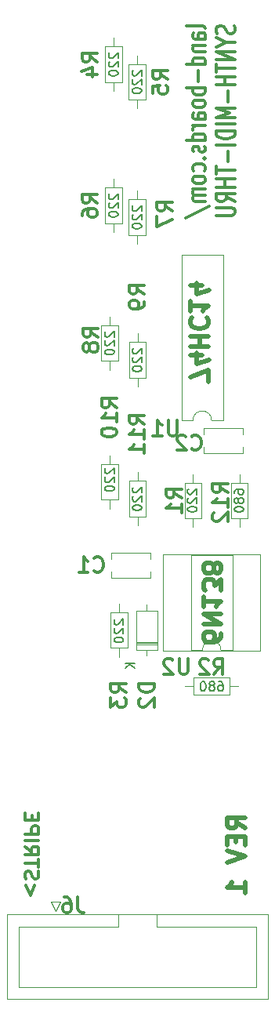
<source format=gbo>
%TF.GenerationSoftware,KiCad,Pcbnew,(6.0.1)*%
%TF.CreationDate,2022-10-16T16:10:35-04:00*%
%TF.ProjectId,SYNTH-MIDI-THRU,53594e54-482d-44d4-9944-492d54485255,1*%
%TF.SameCoordinates,Original*%
%TF.FileFunction,Legend,Bot*%
%TF.FilePolarity,Positive*%
%FSLAX46Y46*%
G04 Gerber Fmt 4.6, Leading zero omitted, Abs format (unit mm)*
G04 Created by KiCad (PCBNEW (6.0.1)) date 2022-10-16 16:10:35*
%MOMM*%
%LPD*%
G01*
G04 APERTURE LIST*
%ADD10C,0.476250*%
%ADD11C,0.500000*%
%ADD12C,0.375000*%
%ADD13C,0.349250*%
%ADD14C,0.150000*%
%ADD15C,0.120000*%
G04 APERTURE END LIST*
D10*
X23043214Y-70346428D02*
X23043214Y-70709285D01*
X22952500Y-70890714D01*
X22861785Y-70981428D01*
X22589642Y-71162857D01*
X22226785Y-71253571D01*
X21501071Y-71253571D01*
X21319642Y-71162857D01*
X21228928Y-71072142D01*
X21138214Y-70890714D01*
X21138214Y-70527857D01*
X21228928Y-70346428D01*
X21319642Y-70255714D01*
X21501071Y-70165000D01*
X21954642Y-70165000D01*
X22136071Y-70255714D01*
X22226785Y-70346428D01*
X22317500Y-70527857D01*
X22317500Y-70890714D01*
X22226785Y-71072142D01*
X22136071Y-71162857D01*
X21954642Y-71253571D01*
X21138214Y-69348571D02*
X23043214Y-69348571D01*
X21138214Y-68260000D01*
X23043214Y-68260000D01*
X21138214Y-66355000D02*
X21138214Y-67443571D01*
X21138214Y-66899285D02*
X23043214Y-66899285D01*
X22771071Y-67080714D01*
X22589642Y-67262142D01*
X22498928Y-67443571D01*
X23043214Y-65720000D02*
X23043214Y-64540714D01*
X22317500Y-65175714D01*
X22317500Y-64903571D01*
X22226785Y-64722142D01*
X22136071Y-64631428D01*
X21954642Y-64540714D01*
X21501071Y-64540714D01*
X21319642Y-64631428D01*
X21228928Y-64722142D01*
X21138214Y-64903571D01*
X21138214Y-65447857D01*
X21228928Y-65629285D01*
X21319642Y-65720000D01*
X22226785Y-63452142D02*
X22317500Y-63633571D01*
X22408214Y-63724285D01*
X22589642Y-63815000D01*
X22680357Y-63815000D01*
X22861785Y-63724285D01*
X22952500Y-63633571D01*
X23043214Y-63452142D01*
X23043214Y-63089285D01*
X22952500Y-62907857D01*
X22861785Y-62817142D01*
X22680357Y-62726428D01*
X22589642Y-62726428D01*
X22408214Y-62817142D01*
X22317500Y-62907857D01*
X22226785Y-63089285D01*
X22226785Y-63452142D01*
X22136071Y-63633571D01*
X22045357Y-63724285D01*
X21863928Y-63815000D01*
X21501071Y-63815000D01*
X21319642Y-63724285D01*
X21228928Y-63633571D01*
X21138214Y-63452142D01*
X21138214Y-63089285D01*
X21228928Y-62907857D01*
X21319642Y-62817142D01*
X21501071Y-62726428D01*
X21863928Y-62726428D01*
X22045357Y-62817142D01*
X22136071Y-62907857D01*
X22226785Y-63089285D01*
D11*
X25654761Y-91392857D02*
X24702380Y-90726190D01*
X25654761Y-90250000D02*
X23654761Y-90250000D01*
X23654761Y-91011904D01*
X23750000Y-91202380D01*
X23845238Y-91297619D01*
X24035714Y-91392857D01*
X24321428Y-91392857D01*
X24511904Y-91297619D01*
X24607142Y-91202380D01*
X24702380Y-91011904D01*
X24702380Y-90250000D01*
X24607142Y-92250000D02*
X24607142Y-92916666D01*
X25654761Y-93202380D02*
X25654761Y-92250000D01*
X23654761Y-92250000D01*
X23654761Y-93202380D01*
X23654761Y-93773809D02*
X25654761Y-94440476D01*
X23654761Y-95107142D01*
X25654761Y-98345238D02*
X25654761Y-97202380D01*
X25654761Y-97773809D02*
X23654761Y-97773809D01*
X23940476Y-97583333D01*
X24130952Y-97392857D01*
X24226190Y-97202380D01*
D12*
X2821428Y-97500000D02*
X2392857Y-98642857D01*
X1964285Y-97500000D01*
X1892857Y-96857142D02*
X1821428Y-96642857D01*
X1821428Y-96285714D01*
X1892857Y-96142857D01*
X1964285Y-96071428D01*
X2107142Y-96000000D01*
X2250000Y-96000000D01*
X2392857Y-96071428D01*
X2464285Y-96142857D01*
X2535714Y-96285714D01*
X2607142Y-96571428D01*
X2678571Y-96714285D01*
X2750000Y-96785714D01*
X2892857Y-96857142D01*
X3035714Y-96857142D01*
X3178571Y-96785714D01*
X3250000Y-96714285D01*
X3321428Y-96571428D01*
X3321428Y-96214285D01*
X3250000Y-96000000D01*
X3321428Y-95571428D02*
X3321428Y-94714285D01*
X1821428Y-95142857D02*
X3321428Y-95142857D01*
X1821428Y-93357142D02*
X2535714Y-93857142D01*
X1821428Y-94214285D02*
X3321428Y-94214285D01*
X3321428Y-93642857D01*
X3250000Y-93500000D01*
X3178571Y-93428571D01*
X3035714Y-93357142D01*
X2821428Y-93357142D01*
X2678571Y-93428571D01*
X2607142Y-93500000D01*
X2535714Y-93642857D01*
X2535714Y-94214285D01*
X1821428Y-92714285D02*
X3321428Y-92714285D01*
X1821428Y-92000000D02*
X3321428Y-92000000D01*
X3321428Y-91428571D01*
X3250000Y-91285714D01*
X3178571Y-91214285D01*
X3035714Y-91142857D01*
X2821428Y-91142857D01*
X2678571Y-91214285D01*
X2607142Y-91285714D01*
X2535714Y-91428571D01*
X2535714Y-92000000D01*
X2607142Y-90500000D02*
X2607142Y-90000000D01*
X1821428Y-89785714D02*
X1821428Y-90500000D01*
X3321428Y-90500000D01*
X3321428Y-89785714D01*
X21294761Y-4964285D02*
X21199523Y-4821428D01*
X21009047Y-4750000D01*
X19294761Y-4750000D01*
X21294761Y-6178571D02*
X20247142Y-6178571D01*
X20056666Y-6107142D01*
X19961428Y-5964285D01*
X19961428Y-5678571D01*
X20056666Y-5535714D01*
X21199523Y-6178571D02*
X21294761Y-6035714D01*
X21294761Y-5678571D01*
X21199523Y-5535714D01*
X21009047Y-5464285D01*
X20818571Y-5464285D01*
X20628095Y-5535714D01*
X20532857Y-5678571D01*
X20532857Y-6035714D01*
X20437619Y-6178571D01*
X19961428Y-6892857D02*
X21294761Y-6892857D01*
X20151904Y-6892857D02*
X20056666Y-6964285D01*
X19961428Y-7107142D01*
X19961428Y-7321428D01*
X20056666Y-7464285D01*
X20247142Y-7535714D01*
X21294761Y-7535714D01*
X21294761Y-8892857D02*
X19294761Y-8892857D01*
X21199523Y-8892857D02*
X21294761Y-8750000D01*
X21294761Y-8464285D01*
X21199523Y-8321428D01*
X21104285Y-8250000D01*
X20913809Y-8178571D01*
X20342380Y-8178571D01*
X20151904Y-8250000D01*
X20056666Y-8321428D01*
X19961428Y-8464285D01*
X19961428Y-8750000D01*
X20056666Y-8892857D01*
X20532857Y-9607142D02*
X20532857Y-10750000D01*
X21294761Y-11464285D02*
X19294761Y-11464285D01*
X20056666Y-11464285D02*
X19961428Y-11607142D01*
X19961428Y-11892857D01*
X20056666Y-12035714D01*
X20151904Y-12107142D01*
X20342380Y-12178571D01*
X20913809Y-12178571D01*
X21104285Y-12107142D01*
X21199523Y-12035714D01*
X21294761Y-11892857D01*
X21294761Y-11607142D01*
X21199523Y-11464285D01*
X21294761Y-13035714D02*
X21199523Y-12892857D01*
X21104285Y-12821428D01*
X20913809Y-12750000D01*
X20342380Y-12750000D01*
X20151904Y-12821428D01*
X20056666Y-12892857D01*
X19961428Y-13035714D01*
X19961428Y-13250000D01*
X20056666Y-13392857D01*
X20151904Y-13464285D01*
X20342380Y-13535714D01*
X20913809Y-13535714D01*
X21104285Y-13464285D01*
X21199523Y-13392857D01*
X21294761Y-13250000D01*
X21294761Y-13035714D01*
X21294761Y-14821428D02*
X20247142Y-14821428D01*
X20056666Y-14750000D01*
X19961428Y-14607142D01*
X19961428Y-14321428D01*
X20056666Y-14178571D01*
X21199523Y-14821428D02*
X21294761Y-14678571D01*
X21294761Y-14321428D01*
X21199523Y-14178571D01*
X21009047Y-14107142D01*
X20818571Y-14107142D01*
X20628095Y-14178571D01*
X20532857Y-14321428D01*
X20532857Y-14678571D01*
X20437619Y-14821428D01*
X21294761Y-15535714D02*
X19961428Y-15535714D01*
X20342380Y-15535714D02*
X20151904Y-15607142D01*
X20056666Y-15678571D01*
X19961428Y-15821428D01*
X19961428Y-15964285D01*
X21294761Y-17107142D02*
X19294761Y-17107142D01*
X21199523Y-17107142D02*
X21294761Y-16964285D01*
X21294761Y-16678571D01*
X21199523Y-16535714D01*
X21104285Y-16464285D01*
X20913809Y-16392857D01*
X20342380Y-16392857D01*
X20151904Y-16464285D01*
X20056666Y-16535714D01*
X19961428Y-16678571D01*
X19961428Y-16964285D01*
X20056666Y-17107142D01*
X21199523Y-17749999D02*
X21294761Y-17892857D01*
X21294761Y-18178571D01*
X21199523Y-18321428D01*
X21009047Y-18392857D01*
X20913809Y-18392857D01*
X20723333Y-18321428D01*
X20628095Y-18178571D01*
X20628095Y-17964285D01*
X20532857Y-17821428D01*
X20342380Y-17749999D01*
X20247142Y-17749999D01*
X20056666Y-17821428D01*
X19961428Y-17964285D01*
X19961428Y-18178571D01*
X20056666Y-18321428D01*
X21104285Y-19035714D02*
X21199523Y-19107142D01*
X21294761Y-19035714D01*
X21199523Y-18964285D01*
X21104285Y-19035714D01*
X21294761Y-19035714D01*
X21199523Y-20392857D02*
X21294761Y-20250000D01*
X21294761Y-19964285D01*
X21199523Y-19821428D01*
X21104285Y-19750000D01*
X20913809Y-19678571D01*
X20342380Y-19678571D01*
X20151904Y-19750000D01*
X20056666Y-19821428D01*
X19961428Y-19964285D01*
X19961428Y-20250000D01*
X20056666Y-20392857D01*
X21294761Y-21250000D02*
X21199523Y-21107142D01*
X21104285Y-21035714D01*
X20913809Y-20964285D01*
X20342380Y-20964285D01*
X20151904Y-21035714D01*
X20056666Y-21107142D01*
X19961428Y-21250000D01*
X19961428Y-21464285D01*
X20056666Y-21607142D01*
X20151904Y-21678571D01*
X20342380Y-21750000D01*
X20913809Y-21750000D01*
X21104285Y-21678571D01*
X21199523Y-21607142D01*
X21294761Y-21464285D01*
X21294761Y-21250000D01*
X21294761Y-22392857D02*
X19961428Y-22392857D01*
X20151904Y-22392857D02*
X20056666Y-22464285D01*
X19961428Y-22607142D01*
X19961428Y-22821428D01*
X20056666Y-22964285D01*
X20247142Y-23035714D01*
X21294761Y-23035714D01*
X20247142Y-23035714D02*
X20056666Y-23107142D01*
X19961428Y-23250000D01*
X19961428Y-23464285D01*
X20056666Y-23607142D01*
X20247142Y-23678571D01*
X21294761Y-23678571D01*
X19199523Y-25464285D02*
X21770952Y-24178571D01*
X24419523Y-4714285D02*
X24514761Y-4928571D01*
X24514761Y-5285714D01*
X24419523Y-5428571D01*
X24324285Y-5500000D01*
X24133809Y-5571428D01*
X23943333Y-5571428D01*
X23752857Y-5500000D01*
X23657619Y-5428571D01*
X23562380Y-5285714D01*
X23467142Y-5000000D01*
X23371904Y-4857142D01*
X23276666Y-4785714D01*
X23086190Y-4714285D01*
X22895714Y-4714285D01*
X22705238Y-4785714D01*
X22610000Y-4857142D01*
X22514761Y-5000000D01*
X22514761Y-5357142D01*
X22610000Y-5571428D01*
X23562380Y-6500000D02*
X24514761Y-6500000D01*
X22514761Y-6000000D02*
X23562380Y-6500000D01*
X22514761Y-7000000D01*
X24514761Y-7500000D02*
X22514761Y-7500000D01*
X24514761Y-8357142D01*
X22514761Y-8357142D01*
X22514761Y-8857142D02*
X22514761Y-9714285D01*
X24514761Y-9285714D02*
X22514761Y-9285714D01*
X24514761Y-10214285D02*
X22514761Y-10214285D01*
X23467142Y-10214285D02*
X23467142Y-11071428D01*
X24514761Y-11071428D02*
X22514761Y-11071428D01*
X23752857Y-11785714D02*
X23752857Y-12928571D01*
X24514761Y-13642857D02*
X22514761Y-13642857D01*
X23943333Y-14142857D01*
X22514761Y-14642857D01*
X24514761Y-14642857D01*
X24514761Y-15357142D02*
X22514761Y-15357142D01*
X24514761Y-16071428D02*
X22514761Y-16071428D01*
X22514761Y-16428571D01*
X22610000Y-16642857D01*
X22800476Y-16785714D01*
X22990952Y-16857142D01*
X23371904Y-16928571D01*
X23657619Y-16928571D01*
X24038571Y-16857142D01*
X24229047Y-16785714D01*
X24419523Y-16642857D01*
X24514761Y-16428571D01*
X24514761Y-16071428D01*
X24514761Y-17571428D02*
X22514761Y-17571428D01*
X23752857Y-18285714D02*
X23752857Y-19428571D01*
X22514761Y-19928571D02*
X22514761Y-20785714D01*
X24514761Y-20357142D02*
X22514761Y-20357142D01*
X24514761Y-21285714D02*
X22514761Y-21285714D01*
X23467142Y-21285714D02*
X23467142Y-22142857D01*
X24514761Y-22142857D02*
X22514761Y-22142857D01*
X24514761Y-23714285D02*
X23562380Y-23214285D01*
X24514761Y-22857142D02*
X22514761Y-22857142D01*
X22514761Y-23428571D01*
X22610000Y-23571428D01*
X22705238Y-23642857D01*
X22895714Y-23714285D01*
X23181428Y-23714285D01*
X23371904Y-23642857D01*
X23467142Y-23571428D01*
X23562380Y-23428571D01*
X23562380Y-22857142D01*
X22514761Y-24357142D02*
X24133809Y-24357142D01*
X24324285Y-24428571D01*
X24419523Y-24500000D01*
X24514761Y-24642857D01*
X24514761Y-24928571D01*
X24419523Y-25071428D01*
X24324285Y-25142857D01*
X24133809Y-25214285D01*
X22514761Y-25214285D01*
D10*
X21629214Y-43144785D02*
X21629214Y-41874785D01*
X19724214Y-42691214D01*
X20994214Y-40332642D02*
X19724214Y-40332642D01*
X21719928Y-40786214D02*
X20359214Y-41239785D01*
X20359214Y-40060500D01*
X19724214Y-39334785D02*
X21629214Y-39334785D01*
X20722071Y-39334785D02*
X20722071Y-38246214D01*
X19724214Y-38246214D02*
X21629214Y-38246214D01*
X19905642Y-36250500D02*
X19814928Y-36341214D01*
X19724214Y-36613357D01*
X19724214Y-36794785D01*
X19814928Y-37066928D01*
X19996357Y-37248357D01*
X20177785Y-37339071D01*
X20540642Y-37429785D01*
X20812785Y-37429785D01*
X21175642Y-37339071D01*
X21357071Y-37248357D01*
X21538500Y-37066928D01*
X21629214Y-36794785D01*
X21629214Y-36613357D01*
X21538500Y-36341214D01*
X21447785Y-36250500D01*
X19724214Y-34436214D02*
X19724214Y-35524785D01*
X19724214Y-34980500D02*
X21629214Y-34980500D01*
X21357071Y-35161928D01*
X21175642Y-35343357D01*
X21084928Y-35524785D01*
X20994214Y-32803357D02*
X19724214Y-32803357D01*
X21719928Y-33256928D02*
X20359214Y-33710500D01*
X20359214Y-32531214D01*
D13*
%TO.C,R8*%
X9746880Y-38354833D02*
X8960690Y-37804500D01*
X9746880Y-37411404D02*
X8095880Y-37411404D01*
X8095880Y-38040357D01*
X8174500Y-38197595D01*
X8253119Y-38276214D01*
X8410357Y-38354833D01*
X8646214Y-38354833D01*
X8803452Y-38276214D01*
X8882071Y-38197595D01*
X8960690Y-38040357D01*
X8960690Y-37411404D01*
X8803452Y-39298261D02*
X8724833Y-39141023D01*
X8646214Y-39062404D01*
X8488976Y-38983785D01*
X8410357Y-38983785D01*
X8253119Y-39062404D01*
X8174500Y-39141023D01*
X8095880Y-39298261D01*
X8095880Y-39612738D01*
X8174500Y-39769976D01*
X8253119Y-39848595D01*
X8410357Y-39927214D01*
X8488976Y-39927214D01*
X8646214Y-39848595D01*
X8724833Y-39769976D01*
X8803452Y-39612738D01*
X8803452Y-39298261D01*
X8882071Y-39141023D01*
X8960690Y-39062404D01*
X9117928Y-38983785D01*
X9432404Y-38983785D01*
X9589642Y-39062404D01*
X9668261Y-39141023D01*
X9746880Y-39298261D01*
X9746880Y-39612738D01*
X9668261Y-39769976D01*
X9589642Y-39848595D01*
X9432404Y-39927214D01*
X9117928Y-39927214D01*
X8960690Y-39848595D01*
X8882071Y-39769976D01*
X8803452Y-39612738D01*
D14*
X10547619Y-37761904D02*
X10500000Y-37809523D01*
X10452380Y-37904761D01*
X10452380Y-38142857D01*
X10500000Y-38238095D01*
X10547619Y-38285714D01*
X10642857Y-38333333D01*
X10738095Y-38333333D01*
X10880952Y-38285714D01*
X11452380Y-37714285D01*
X11452380Y-38333333D01*
X10547619Y-38714285D02*
X10500000Y-38761904D01*
X10452380Y-38857142D01*
X10452380Y-39095238D01*
X10500000Y-39190476D01*
X10547619Y-39238095D01*
X10642857Y-39285714D01*
X10738095Y-39285714D01*
X10880952Y-39238095D01*
X11452380Y-38666666D01*
X11452380Y-39285714D01*
X10452380Y-39904761D02*
X10452380Y-40000000D01*
X10500000Y-40095238D01*
X10547619Y-40142857D01*
X10642857Y-40190476D01*
X10833333Y-40238095D01*
X11071428Y-40238095D01*
X11261904Y-40190476D01*
X11357142Y-40142857D01*
X11404761Y-40095238D01*
X11452380Y-40000000D01*
X11452380Y-39904761D01*
X11404761Y-39809523D01*
X11357142Y-39761904D01*
X11261904Y-39714285D01*
X11071428Y-39666666D01*
X10833333Y-39666666D01*
X10642857Y-39714285D01*
X10547619Y-39761904D01*
X10500000Y-39809523D01*
X10452380Y-39904761D01*
D13*
%TO.C,R6*%
X9636880Y-23854833D02*
X8850690Y-23304500D01*
X9636880Y-22911404D02*
X7985880Y-22911404D01*
X7985880Y-23540357D01*
X8064500Y-23697595D01*
X8143119Y-23776214D01*
X8300357Y-23854833D01*
X8536214Y-23854833D01*
X8693452Y-23776214D01*
X8772071Y-23697595D01*
X8850690Y-23540357D01*
X8850690Y-22911404D01*
X7985880Y-25269976D02*
X7985880Y-24955500D01*
X8064500Y-24798261D01*
X8143119Y-24719642D01*
X8378976Y-24562404D01*
X8693452Y-24483785D01*
X9322404Y-24483785D01*
X9479642Y-24562404D01*
X9558261Y-24641023D01*
X9636880Y-24798261D01*
X9636880Y-25112738D01*
X9558261Y-25269976D01*
X9479642Y-25348595D01*
X9322404Y-25427214D01*
X8929309Y-25427214D01*
X8772071Y-25348595D01*
X8693452Y-25269976D01*
X8614833Y-25112738D01*
X8614833Y-24798261D01*
X8693452Y-24641023D01*
X8772071Y-24562404D01*
X8929309Y-24483785D01*
D14*
X10977619Y-22891904D02*
X10930000Y-22939523D01*
X10882380Y-23034761D01*
X10882380Y-23272857D01*
X10930000Y-23368095D01*
X10977619Y-23415714D01*
X11072857Y-23463333D01*
X11168095Y-23463333D01*
X11310952Y-23415714D01*
X11882380Y-22844285D01*
X11882380Y-23463333D01*
X10977619Y-23844285D02*
X10930000Y-23891904D01*
X10882380Y-23987142D01*
X10882380Y-24225238D01*
X10930000Y-24320476D01*
X10977619Y-24368095D01*
X11072857Y-24415714D01*
X11168095Y-24415714D01*
X11310952Y-24368095D01*
X11882380Y-23796666D01*
X11882380Y-24415714D01*
X10882380Y-25034761D02*
X10882380Y-25130000D01*
X10930000Y-25225238D01*
X10977619Y-25272857D01*
X11072857Y-25320476D01*
X11263333Y-25368095D01*
X11501428Y-25368095D01*
X11691904Y-25320476D01*
X11787142Y-25272857D01*
X11834761Y-25225238D01*
X11882380Y-25130000D01*
X11882380Y-25034761D01*
X11834761Y-24939523D01*
X11787142Y-24891904D01*
X11691904Y-24844285D01*
X11501428Y-24796666D01*
X11263333Y-24796666D01*
X11072857Y-24844285D01*
X10977619Y-24891904D01*
X10930000Y-24939523D01*
X10882380Y-25034761D01*
D13*
%TO.C,R7*%
X17746880Y-24724833D02*
X16960690Y-24174500D01*
X17746880Y-23781404D02*
X16095880Y-23781404D01*
X16095880Y-24410357D01*
X16174500Y-24567595D01*
X16253119Y-24646214D01*
X16410357Y-24724833D01*
X16646214Y-24724833D01*
X16803452Y-24646214D01*
X16882071Y-24567595D01*
X16960690Y-24410357D01*
X16960690Y-23781404D01*
X16095880Y-25275166D02*
X16095880Y-26375833D01*
X17746880Y-25668261D01*
D14*
X13517619Y-24161904D02*
X13470000Y-24209523D01*
X13422380Y-24304761D01*
X13422380Y-24542857D01*
X13470000Y-24638095D01*
X13517619Y-24685714D01*
X13612857Y-24733333D01*
X13708095Y-24733333D01*
X13850952Y-24685714D01*
X14422380Y-24114285D01*
X14422380Y-24733333D01*
X13517619Y-25114285D02*
X13470000Y-25161904D01*
X13422380Y-25257142D01*
X13422380Y-25495238D01*
X13470000Y-25590476D01*
X13517619Y-25638095D01*
X13612857Y-25685714D01*
X13708095Y-25685714D01*
X13850952Y-25638095D01*
X14422380Y-25066666D01*
X14422380Y-25685714D01*
X13422380Y-26304761D02*
X13422380Y-26400000D01*
X13470000Y-26495238D01*
X13517619Y-26542857D01*
X13612857Y-26590476D01*
X13803333Y-26638095D01*
X14041428Y-26638095D01*
X14231904Y-26590476D01*
X14327142Y-26542857D01*
X14374761Y-26495238D01*
X14422380Y-26400000D01*
X14422380Y-26304761D01*
X14374761Y-26209523D01*
X14327142Y-26161904D01*
X14231904Y-26114285D01*
X14041428Y-26066666D01*
X13803333Y-26066666D01*
X13612857Y-26114285D01*
X13517619Y-26161904D01*
X13470000Y-26209523D01*
X13422380Y-26304761D01*
D13*
%TO.C,R4*%
X9636880Y-8614833D02*
X8850690Y-8064500D01*
X9636880Y-7671404D02*
X7985880Y-7671404D01*
X7985880Y-8300357D01*
X8064500Y-8457595D01*
X8143119Y-8536214D01*
X8300357Y-8614833D01*
X8536214Y-8614833D01*
X8693452Y-8536214D01*
X8772071Y-8457595D01*
X8850690Y-8300357D01*
X8850690Y-7671404D01*
X8536214Y-10029976D02*
X9636880Y-10029976D01*
X7907261Y-9636880D02*
X9086547Y-9243785D01*
X9086547Y-10265833D01*
D14*
X10977619Y-7651904D02*
X10930000Y-7699523D01*
X10882380Y-7794761D01*
X10882380Y-8032857D01*
X10930000Y-8128095D01*
X10977619Y-8175714D01*
X11072857Y-8223333D01*
X11168095Y-8223333D01*
X11310952Y-8175714D01*
X11882380Y-7604285D01*
X11882380Y-8223333D01*
X10977619Y-8604285D02*
X10930000Y-8651904D01*
X10882380Y-8747142D01*
X10882380Y-8985238D01*
X10930000Y-9080476D01*
X10977619Y-9128095D01*
X11072857Y-9175714D01*
X11168095Y-9175714D01*
X11310952Y-9128095D01*
X11882380Y-8556666D01*
X11882380Y-9175714D01*
X10882380Y-9794761D02*
X10882380Y-9890000D01*
X10930000Y-9985238D01*
X10977619Y-10032857D01*
X11072857Y-10080476D01*
X11263333Y-10128095D01*
X11501428Y-10128095D01*
X11691904Y-10080476D01*
X11787142Y-10032857D01*
X11834761Y-9985238D01*
X11882380Y-9890000D01*
X11882380Y-9794761D01*
X11834761Y-9699523D01*
X11787142Y-9651904D01*
X11691904Y-9604285D01*
X11501428Y-9556666D01*
X11263333Y-9556666D01*
X11072857Y-9604285D01*
X10977619Y-9651904D01*
X10930000Y-9699523D01*
X10882380Y-9794761D01*
D13*
%TO.C,U1*%
X18275904Y-47355880D02*
X18275904Y-48692404D01*
X18197285Y-48849642D01*
X18118666Y-48928261D01*
X17961428Y-49006880D01*
X17646952Y-49006880D01*
X17489714Y-48928261D01*
X17411095Y-48849642D01*
X17332476Y-48692404D01*
X17332476Y-47355880D01*
X15681476Y-49006880D02*
X16624904Y-49006880D01*
X16153190Y-49006880D02*
X16153190Y-47355880D01*
X16310428Y-47591738D01*
X16467666Y-47748976D01*
X16624904Y-47827595D01*
%TO.C,R11*%
X14746880Y-47748642D02*
X13960690Y-47198309D01*
X14746880Y-46805214D02*
X13095880Y-46805214D01*
X13095880Y-47434166D01*
X13174500Y-47591404D01*
X13253119Y-47670023D01*
X13410357Y-47748642D01*
X13646214Y-47748642D01*
X13803452Y-47670023D01*
X13882071Y-47591404D01*
X13960690Y-47434166D01*
X13960690Y-46805214D01*
X14746880Y-49321023D02*
X14746880Y-48377595D01*
X14746880Y-48849309D02*
X13095880Y-48849309D01*
X13331738Y-48692071D01*
X13488976Y-48534833D01*
X13567595Y-48377595D01*
X14746880Y-50893404D02*
X14746880Y-49949976D01*
X14746880Y-50421690D02*
X13095880Y-50421690D01*
X13331738Y-50264452D01*
X13488976Y-50107214D01*
X13567595Y-49949976D01*
D14*
X13547619Y-54571904D02*
X13500000Y-54619523D01*
X13452380Y-54714761D01*
X13452380Y-54952857D01*
X13500000Y-55048095D01*
X13547619Y-55095714D01*
X13642857Y-55143333D01*
X13738095Y-55143333D01*
X13880952Y-55095714D01*
X14452380Y-54524285D01*
X14452380Y-55143333D01*
X13547619Y-55524285D02*
X13500000Y-55571904D01*
X13452380Y-55667142D01*
X13452380Y-55905238D01*
X13500000Y-56000476D01*
X13547619Y-56048095D01*
X13642857Y-56095714D01*
X13738095Y-56095714D01*
X13880952Y-56048095D01*
X14452380Y-55476666D01*
X14452380Y-56095714D01*
X13452380Y-56714761D02*
X13452380Y-56810000D01*
X13500000Y-56905238D01*
X13547619Y-56952857D01*
X13642857Y-57000476D01*
X13833333Y-57048095D01*
X14071428Y-57048095D01*
X14261904Y-57000476D01*
X14357142Y-56952857D01*
X14404761Y-56905238D01*
X14452380Y-56810000D01*
X14452380Y-56714761D01*
X14404761Y-56619523D01*
X14357142Y-56571904D01*
X14261904Y-56524285D01*
X14071428Y-56476666D01*
X13833333Y-56476666D01*
X13642857Y-56524285D01*
X13547619Y-56571904D01*
X13500000Y-56619523D01*
X13452380Y-56714761D01*
D13*
%TO.C,C1*%
X9275166Y-63589642D02*
X9353785Y-63668261D01*
X9589642Y-63746880D01*
X9746880Y-63746880D01*
X9982738Y-63668261D01*
X10139976Y-63511023D01*
X10218595Y-63353785D01*
X10297214Y-63039309D01*
X10297214Y-62803452D01*
X10218595Y-62488976D01*
X10139976Y-62331738D01*
X9982738Y-62174500D01*
X9746880Y-62095880D01*
X9589642Y-62095880D01*
X9353785Y-62174500D01*
X9275166Y-62253119D01*
X7702785Y-63746880D02*
X8646214Y-63746880D01*
X8174500Y-63746880D02*
X8174500Y-62095880D01*
X8331738Y-62331738D01*
X8488976Y-62488976D01*
X8646214Y-62567595D01*
%TO.C,R5*%
X17256880Y-10519833D02*
X16470690Y-9969500D01*
X17256880Y-9576404D02*
X15605880Y-9576404D01*
X15605880Y-10205357D01*
X15684500Y-10362595D01*
X15763119Y-10441214D01*
X15920357Y-10519833D01*
X16156214Y-10519833D01*
X16313452Y-10441214D01*
X16392071Y-10362595D01*
X16470690Y-10205357D01*
X16470690Y-9576404D01*
X15605880Y-12013595D02*
X15605880Y-11227404D01*
X16392071Y-11148785D01*
X16313452Y-11227404D01*
X16234833Y-11384642D01*
X16234833Y-11777738D01*
X16313452Y-11934976D01*
X16392071Y-12013595D01*
X16549309Y-12092214D01*
X16942404Y-12092214D01*
X17099642Y-12013595D01*
X17178261Y-11934976D01*
X17256880Y-11777738D01*
X17256880Y-11384642D01*
X17178261Y-11227404D01*
X17099642Y-11148785D01*
D14*
X13517619Y-9556904D02*
X13470000Y-9604523D01*
X13422380Y-9699761D01*
X13422380Y-9937857D01*
X13470000Y-10033095D01*
X13517619Y-10080714D01*
X13612857Y-10128333D01*
X13708095Y-10128333D01*
X13850952Y-10080714D01*
X14422380Y-9509285D01*
X14422380Y-10128333D01*
X13517619Y-10509285D02*
X13470000Y-10556904D01*
X13422380Y-10652142D01*
X13422380Y-10890238D01*
X13470000Y-10985476D01*
X13517619Y-11033095D01*
X13612857Y-11080714D01*
X13708095Y-11080714D01*
X13850952Y-11033095D01*
X14422380Y-10461666D01*
X14422380Y-11080714D01*
X13422380Y-11699761D02*
X13422380Y-11795000D01*
X13470000Y-11890238D01*
X13517619Y-11937857D01*
X13612857Y-11985476D01*
X13803333Y-12033095D01*
X14041428Y-12033095D01*
X14231904Y-11985476D01*
X14327142Y-11937857D01*
X14374761Y-11890238D01*
X14422380Y-11795000D01*
X14422380Y-11699761D01*
X14374761Y-11604523D01*
X14327142Y-11556904D01*
X14231904Y-11509285D01*
X14041428Y-11461666D01*
X13803333Y-11461666D01*
X13612857Y-11509285D01*
X13517619Y-11556904D01*
X13470000Y-11604523D01*
X13422380Y-11699761D01*
D13*
%TO.C,R3*%
X12746880Y-76724833D02*
X11960690Y-76174500D01*
X12746880Y-75781404D02*
X11095880Y-75781404D01*
X11095880Y-76410357D01*
X11174500Y-76567595D01*
X11253119Y-76646214D01*
X11410357Y-76724833D01*
X11646214Y-76724833D01*
X11803452Y-76646214D01*
X11882071Y-76567595D01*
X11960690Y-76410357D01*
X11960690Y-75781404D01*
X11095880Y-77275166D02*
X11095880Y-78297214D01*
X11724833Y-77746880D01*
X11724833Y-77982738D01*
X11803452Y-78139976D01*
X11882071Y-78218595D01*
X12039309Y-78297214D01*
X12432404Y-78297214D01*
X12589642Y-78218595D01*
X12668261Y-78139976D01*
X12746880Y-77982738D01*
X12746880Y-77511023D01*
X12668261Y-77353785D01*
X12589642Y-77275166D01*
D14*
X11547619Y-68838104D02*
X11500000Y-68885723D01*
X11452380Y-68980961D01*
X11452380Y-69219057D01*
X11500000Y-69314295D01*
X11547619Y-69361914D01*
X11642857Y-69409533D01*
X11738095Y-69409533D01*
X11880952Y-69361914D01*
X12452380Y-68790485D01*
X12452380Y-69409533D01*
X11547619Y-69790485D02*
X11500000Y-69838104D01*
X11452380Y-69933342D01*
X11452380Y-70171438D01*
X11500000Y-70266676D01*
X11547619Y-70314295D01*
X11642857Y-70361914D01*
X11738095Y-70361914D01*
X11880952Y-70314295D01*
X12452380Y-69742866D01*
X12452380Y-70361914D01*
X11452380Y-70980961D02*
X11452380Y-71076200D01*
X11500000Y-71171438D01*
X11547619Y-71219057D01*
X11642857Y-71266676D01*
X11833333Y-71314295D01*
X12071428Y-71314295D01*
X12261904Y-71266676D01*
X12357142Y-71219057D01*
X12404761Y-71171438D01*
X12452380Y-71076200D01*
X12452380Y-70980961D01*
X12404761Y-70885723D01*
X12357142Y-70838104D01*
X12261904Y-70790485D01*
X12071428Y-70742866D01*
X11833333Y-70742866D01*
X11642857Y-70790485D01*
X11547619Y-70838104D01*
X11500000Y-70885723D01*
X11452380Y-70980961D01*
D13*
%TO.C,R9*%
X14746880Y-33724833D02*
X13960690Y-33174500D01*
X14746880Y-32781404D02*
X13095880Y-32781404D01*
X13095880Y-33410357D01*
X13174500Y-33567595D01*
X13253119Y-33646214D01*
X13410357Y-33724833D01*
X13646214Y-33724833D01*
X13803452Y-33646214D01*
X13882071Y-33567595D01*
X13960690Y-33410357D01*
X13960690Y-32781404D01*
X14746880Y-34511023D02*
X14746880Y-34825500D01*
X14668261Y-34982738D01*
X14589642Y-35061357D01*
X14353785Y-35218595D01*
X14039309Y-35297214D01*
X13410357Y-35297214D01*
X13253119Y-35218595D01*
X13174500Y-35139976D01*
X13095880Y-34982738D01*
X13095880Y-34668261D01*
X13174500Y-34511023D01*
X13253119Y-34432404D01*
X13410357Y-34353785D01*
X13803452Y-34353785D01*
X13960690Y-34432404D01*
X14039309Y-34511023D01*
X14117928Y-34668261D01*
X14117928Y-34982738D01*
X14039309Y-35139976D01*
X13960690Y-35218595D01*
X13803452Y-35297214D01*
D14*
X13547619Y-39571904D02*
X13500000Y-39619523D01*
X13452380Y-39714761D01*
X13452380Y-39952857D01*
X13500000Y-40048095D01*
X13547619Y-40095714D01*
X13642857Y-40143333D01*
X13738095Y-40143333D01*
X13880952Y-40095714D01*
X14452380Y-39524285D01*
X14452380Y-40143333D01*
X13547619Y-40524285D02*
X13500000Y-40571904D01*
X13452380Y-40667142D01*
X13452380Y-40905238D01*
X13500000Y-41000476D01*
X13547619Y-41048095D01*
X13642857Y-41095714D01*
X13738095Y-41095714D01*
X13880952Y-41048095D01*
X14452380Y-40476666D01*
X14452380Y-41095714D01*
X13452380Y-41714761D02*
X13452380Y-41810000D01*
X13500000Y-41905238D01*
X13547619Y-41952857D01*
X13642857Y-42000476D01*
X13833333Y-42048095D01*
X14071428Y-42048095D01*
X14261904Y-42000476D01*
X14357142Y-41952857D01*
X14404761Y-41905238D01*
X14452380Y-41810000D01*
X14452380Y-41714761D01*
X14404761Y-41619523D01*
X14357142Y-41571904D01*
X14261904Y-41524285D01*
X14071428Y-41476666D01*
X13833333Y-41476666D01*
X13642857Y-41524285D01*
X13547619Y-41571904D01*
X13500000Y-41619523D01*
X13452380Y-41714761D01*
D13*
%TO.C,D2*%
X15794880Y-75781404D02*
X14143880Y-75781404D01*
X14143880Y-76174500D01*
X14222500Y-76410357D01*
X14379738Y-76567595D01*
X14536976Y-76646214D01*
X14851452Y-76724833D01*
X15087309Y-76724833D01*
X15401785Y-76646214D01*
X15559023Y-76567595D01*
X15716261Y-76410357D01*
X15794880Y-76174500D01*
X15794880Y-75781404D01*
X14301119Y-77353785D02*
X14222500Y-77432404D01*
X14143880Y-77589642D01*
X14143880Y-77982738D01*
X14222500Y-78139976D01*
X14301119Y-78218595D01*
X14458357Y-78297214D01*
X14615595Y-78297214D01*
X14851452Y-78218595D01*
X15794880Y-77275166D01*
X15794880Y-78297214D01*
D14*
X13674380Y-73548095D02*
X12674380Y-73548095D01*
X13674380Y-74119523D02*
X13102952Y-73690952D01*
X12674380Y-74119523D02*
X13245809Y-73548095D01*
D13*
%TO.C,J6*%
X7550333Y-98845880D02*
X7550333Y-100025166D01*
X7628952Y-100261023D01*
X7786190Y-100418261D01*
X8022047Y-100496880D01*
X8179285Y-100496880D01*
X6056571Y-98845880D02*
X6371047Y-98845880D01*
X6528285Y-98924500D01*
X6606904Y-99003119D01*
X6764142Y-99238976D01*
X6842761Y-99553452D01*
X6842761Y-100182404D01*
X6764142Y-100339642D01*
X6685523Y-100418261D01*
X6528285Y-100496880D01*
X6213809Y-100496880D01*
X6056571Y-100418261D01*
X5977952Y-100339642D01*
X5899333Y-100182404D01*
X5899333Y-99789309D01*
X5977952Y-99632071D01*
X6056571Y-99553452D01*
X6213809Y-99474833D01*
X6528285Y-99474833D01*
X6685523Y-99553452D01*
X6764142Y-99632071D01*
X6842761Y-99789309D01*
%TO.C,R10*%
X11746880Y-45938642D02*
X10960690Y-45388309D01*
X11746880Y-44995214D02*
X10095880Y-44995214D01*
X10095880Y-45624166D01*
X10174500Y-45781404D01*
X10253119Y-45860023D01*
X10410357Y-45938642D01*
X10646214Y-45938642D01*
X10803452Y-45860023D01*
X10882071Y-45781404D01*
X10960690Y-45624166D01*
X10960690Y-44995214D01*
X11746880Y-47511023D02*
X11746880Y-46567595D01*
X11746880Y-47039309D02*
X10095880Y-47039309D01*
X10331738Y-46882071D01*
X10488976Y-46724833D01*
X10567595Y-46567595D01*
X10095880Y-48533071D02*
X10095880Y-48690309D01*
X10174500Y-48847547D01*
X10253119Y-48926166D01*
X10410357Y-49004785D01*
X10724833Y-49083404D01*
X11117928Y-49083404D01*
X11432404Y-49004785D01*
X11589642Y-48926166D01*
X11668261Y-48847547D01*
X11746880Y-48690309D01*
X11746880Y-48533071D01*
X11668261Y-48375833D01*
X11589642Y-48297214D01*
X11432404Y-48218595D01*
X11117928Y-48139976D01*
X10724833Y-48139976D01*
X10410357Y-48218595D01*
X10253119Y-48297214D01*
X10174500Y-48375833D01*
X10095880Y-48533071D01*
D14*
X10547619Y-52507904D02*
X10500000Y-52555523D01*
X10452380Y-52650761D01*
X10452380Y-52888857D01*
X10500000Y-52984095D01*
X10547619Y-53031714D01*
X10642857Y-53079333D01*
X10738095Y-53079333D01*
X10880952Y-53031714D01*
X11452380Y-52460285D01*
X11452380Y-53079333D01*
X10547619Y-53460285D02*
X10500000Y-53507904D01*
X10452380Y-53603142D01*
X10452380Y-53841238D01*
X10500000Y-53936476D01*
X10547619Y-53984095D01*
X10642857Y-54031714D01*
X10738095Y-54031714D01*
X10880952Y-53984095D01*
X11452380Y-53412666D01*
X11452380Y-54031714D01*
X10452380Y-54650761D02*
X10452380Y-54746000D01*
X10500000Y-54841238D01*
X10547619Y-54888857D01*
X10642857Y-54936476D01*
X10833333Y-54984095D01*
X11071428Y-54984095D01*
X11261904Y-54936476D01*
X11357142Y-54888857D01*
X11404761Y-54841238D01*
X11452380Y-54746000D01*
X11452380Y-54650761D01*
X11404761Y-54555523D01*
X11357142Y-54507904D01*
X11261904Y-54460285D01*
X11071428Y-54412666D01*
X10833333Y-54412666D01*
X10642857Y-54460285D01*
X10547619Y-54507904D01*
X10500000Y-54555523D01*
X10452380Y-54650761D01*
D13*
%TO.C,R12*%
X23746880Y-55128642D02*
X22960690Y-54578309D01*
X23746880Y-54185214D02*
X22095880Y-54185214D01*
X22095880Y-54814166D01*
X22174500Y-54971404D01*
X22253119Y-55050023D01*
X22410357Y-55128642D01*
X22646214Y-55128642D01*
X22803452Y-55050023D01*
X22882071Y-54971404D01*
X22960690Y-54814166D01*
X22960690Y-54185214D01*
X23746880Y-56701023D02*
X23746880Y-55757595D01*
X23746880Y-56229309D02*
X22095880Y-56229309D01*
X22331738Y-56072071D01*
X22488976Y-55914833D01*
X22567595Y-55757595D01*
X22253119Y-57329976D02*
X22174500Y-57408595D01*
X22095880Y-57565833D01*
X22095880Y-57958928D01*
X22174500Y-58116166D01*
X22253119Y-58194785D01*
X22410357Y-58273404D01*
X22567595Y-58273404D01*
X22803452Y-58194785D01*
X23746880Y-57251357D01*
X23746880Y-58273404D01*
D14*
X24452380Y-55238095D02*
X24452380Y-55047619D01*
X24500000Y-54952380D01*
X24547619Y-54904761D01*
X24690476Y-54809523D01*
X24880952Y-54761904D01*
X25261904Y-54761904D01*
X25357142Y-54809523D01*
X25404761Y-54857142D01*
X25452380Y-54952380D01*
X25452380Y-55142857D01*
X25404761Y-55238095D01*
X25357142Y-55285714D01*
X25261904Y-55333333D01*
X25023809Y-55333333D01*
X24928571Y-55285714D01*
X24880952Y-55238095D01*
X24833333Y-55142857D01*
X24833333Y-54952380D01*
X24880952Y-54857142D01*
X24928571Y-54809523D01*
X25023809Y-54761904D01*
X24880952Y-55904761D02*
X24833333Y-55809523D01*
X24785714Y-55761904D01*
X24690476Y-55714285D01*
X24642857Y-55714285D01*
X24547619Y-55761904D01*
X24500000Y-55809523D01*
X24452380Y-55904761D01*
X24452380Y-56095238D01*
X24500000Y-56190476D01*
X24547619Y-56238095D01*
X24642857Y-56285714D01*
X24690476Y-56285714D01*
X24785714Y-56238095D01*
X24833333Y-56190476D01*
X24880952Y-56095238D01*
X24880952Y-55904761D01*
X24928571Y-55809523D01*
X24976190Y-55761904D01*
X25071428Y-55714285D01*
X25261904Y-55714285D01*
X25357142Y-55761904D01*
X25404761Y-55809523D01*
X25452380Y-55904761D01*
X25452380Y-56095238D01*
X25404761Y-56190476D01*
X25357142Y-56238095D01*
X25261904Y-56285714D01*
X25071428Y-56285714D01*
X24976190Y-56238095D01*
X24928571Y-56190476D01*
X24880952Y-56095238D01*
X24452380Y-56904761D02*
X24452380Y-57000000D01*
X24500000Y-57095238D01*
X24547619Y-57142857D01*
X24642857Y-57190476D01*
X24833333Y-57238095D01*
X25071428Y-57238095D01*
X25261904Y-57190476D01*
X25357142Y-57142857D01*
X25404761Y-57095238D01*
X25452380Y-57000000D01*
X25452380Y-56904761D01*
X25404761Y-56809523D01*
X25357142Y-56761904D01*
X25261904Y-56714285D01*
X25071428Y-56666666D01*
X24833333Y-56666666D01*
X24642857Y-56714285D01*
X24547619Y-56761904D01*
X24500000Y-56809523D01*
X24452380Y-56904761D01*
D13*
%TO.C,R2*%
X22275166Y-74746880D02*
X22825500Y-73960690D01*
X23218595Y-74746880D02*
X23218595Y-73095880D01*
X22589642Y-73095880D01*
X22432404Y-73174500D01*
X22353785Y-73253119D01*
X22275166Y-73410357D01*
X22275166Y-73646214D01*
X22353785Y-73803452D01*
X22432404Y-73882071D01*
X22589642Y-73960690D01*
X23218595Y-73960690D01*
X21646214Y-73253119D02*
X21567595Y-73174500D01*
X21410357Y-73095880D01*
X21017261Y-73095880D01*
X20860023Y-73174500D01*
X20781404Y-73253119D01*
X20702785Y-73410357D01*
X20702785Y-73567595D01*
X20781404Y-73803452D01*
X21724833Y-74746880D01*
X20702785Y-74746880D01*
D14*
X22787304Y-75553980D02*
X22977780Y-75553980D01*
X23073019Y-75601600D01*
X23120638Y-75649219D01*
X23215876Y-75792076D01*
X23263495Y-75982552D01*
X23263495Y-76363504D01*
X23215876Y-76458742D01*
X23168257Y-76506361D01*
X23073019Y-76553980D01*
X22882542Y-76553980D01*
X22787304Y-76506361D01*
X22739685Y-76458742D01*
X22692066Y-76363504D01*
X22692066Y-76125409D01*
X22739685Y-76030171D01*
X22787304Y-75982552D01*
X22882542Y-75934933D01*
X23073019Y-75934933D01*
X23168257Y-75982552D01*
X23215876Y-76030171D01*
X23263495Y-76125409D01*
X22120638Y-75982552D02*
X22215876Y-75934933D01*
X22263495Y-75887314D01*
X22311114Y-75792076D01*
X22311114Y-75744457D01*
X22263495Y-75649219D01*
X22215876Y-75601600D01*
X22120638Y-75553980D01*
X21930161Y-75553980D01*
X21834923Y-75601600D01*
X21787304Y-75649219D01*
X21739685Y-75744457D01*
X21739685Y-75792076D01*
X21787304Y-75887314D01*
X21834923Y-75934933D01*
X21930161Y-75982552D01*
X22120638Y-75982552D01*
X22215876Y-76030171D01*
X22263495Y-76077790D01*
X22311114Y-76173028D01*
X22311114Y-76363504D01*
X22263495Y-76458742D01*
X22215876Y-76506361D01*
X22120638Y-76553980D01*
X21930161Y-76553980D01*
X21834923Y-76506361D01*
X21787304Y-76458742D01*
X21739685Y-76363504D01*
X21739685Y-76173028D01*
X21787304Y-76077790D01*
X21834923Y-76030171D01*
X21930161Y-75982552D01*
X21120638Y-75553980D02*
X21025400Y-75553980D01*
X20930161Y-75601600D01*
X20882542Y-75649219D01*
X20834923Y-75744457D01*
X20787304Y-75934933D01*
X20787304Y-76173028D01*
X20834923Y-76363504D01*
X20882542Y-76458742D01*
X20930161Y-76506361D01*
X21025400Y-76553980D01*
X21120638Y-76553980D01*
X21215876Y-76506361D01*
X21263495Y-76458742D01*
X21311114Y-76363504D01*
X21358733Y-76173028D01*
X21358733Y-75934933D01*
X21311114Y-75744457D01*
X21263495Y-75649219D01*
X21215876Y-75601600D01*
X21120638Y-75553980D01*
D13*
%TO.C,R1*%
X18746880Y-55724833D02*
X17960690Y-55174500D01*
X18746880Y-54781404D02*
X17095880Y-54781404D01*
X17095880Y-55410357D01*
X17174500Y-55567595D01*
X17253119Y-55646214D01*
X17410357Y-55724833D01*
X17646214Y-55724833D01*
X17803452Y-55646214D01*
X17882071Y-55567595D01*
X17960690Y-55410357D01*
X17960690Y-54781404D01*
X18746880Y-57297214D02*
X18746880Y-56353785D01*
X18746880Y-56825500D02*
X17095880Y-56825500D01*
X17331738Y-56668261D01*
X17488976Y-56511023D01*
X17567595Y-56353785D01*
D14*
X19496819Y-54761904D02*
X19449200Y-54809523D01*
X19401580Y-54904761D01*
X19401580Y-55142857D01*
X19449200Y-55238095D01*
X19496819Y-55285714D01*
X19592057Y-55333333D01*
X19687295Y-55333333D01*
X19830152Y-55285714D01*
X20401580Y-54714285D01*
X20401580Y-55333333D01*
X19496819Y-55714285D02*
X19449200Y-55761904D01*
X19401580Y-55857142D01*
X19401580Y-56095238D01*
X19449200Y-56190476D01*
X19496819Y-56238095D01*
X19592057Y-56285714D01*
X19687295Y-56285714D01*
X19830152Y-56238095D01*
X20401580Y-55666666D01*
X20401580Y-56285714D01*
X19401580Y-56904761D02*
X19401580Y-57000000D01*
X19449200Y-57095238D01*
X19496819Y-57142857D01*
X19592057Y-57190476D01*
X19782533Y-57238095D01*
X20020628Y-57238095D01*
X20211104Y-57190476D01*
X20306342Y-57142857D01*
X20353961Y-57095238D01*
X20401580Y-57000000D01*
X20401580Y-56904761D01*
X20353961Y-56809523D01*
X20306342Y-56761904D01*
X20211104Y-56714285D01*
X20020628Y-56666666D01*
X19782533Y-56666666D01*
X19592057Y-56714285D01*
X19496819Y-56761904D01*
X19449200Y-56809523D01*
X19401580Y-56904761D01*
D13*
%TO.C,U2*%
X19447904Y-73095880D02*
X19447904Y-74432404D01*
X19369285Y-74589642D01*
X19290666Y-74668261D01*
X19133428Y-74746880D01*
X18818952Y-74746880D01*
X18661714Y-74668261D01*
X18583095Y-74589642D01*
X18504476Y-74432404D01*
X18504476Y-73095880D01*
X17796904Y-73253119D02*
X17718285Y-73174500D01*
X17561047Y-73095880D01*
X17167952Y-73095880D01*
X17010714Y-73174500D01*
X16932095Y-73253119D01*
X16853476Y-73410357D01*
X16853476Y-73567595D01*
X16932095Y-73803452D01*
X17875523Y-74746880D01*
X16853476Y-74746880D01*
%TO.C,C2*%
X19833166Y-50411642D02*
X19911785Y-50490261D01*
X20147642Y-50568880D01*
X20304880Y-50568880D01*
X20540738Y-50490261D01*
X20697976Y-50333023D01*
X20776595Y-50175785D01*
X20855214Y-49861309D01*
X20855214Y-49625452D01*
X20776595Y-49310976D01*
X20697976Y-49153738D01*
X20540738Y-48996500D01*
X20304880Y-48917880D01*
X20147642Y-48917880D01*
X19911785Y-48996500D01*
X19833166Y-49075119D01*
X19204214Y-49075119D02*
X19125595Y-48996500D01*
X18968357Y-48917880D01*
X18575261Y-48917880D01*
X18418023Y-48996500D01*
X18339404Y-49075119D01*
X18260785Y-49232357D01*
X18260785Y-49389595D01*
X18339404Y-49625452D01*
X19282833Y-50568880D01*
X18260785Y-50568880D01*
D15*
%TO.C,R8*%
X10080000Y-40920000D02*
X10080000Y-37080000D01*
X11920000Y-40920000D02*
X10080000Y-40920000D01*
X10080000Y-37080000D02*
X11920000Y-37080000D01*
X11000000Y-36130000D02*
X11000000Y-37080000D01*
X11000000Y-41870000D02*
X11000000Y-40920000D01*
X11920000Y-37080000D02*
X11920000Y-40920000D01*
%TO.C,R6*%
X12350000Y-26050000D02*
X10510000Y-26050000D01*
X11430000Y-27000000D02*
X11430000Y-26050000D01*
X11430000Y-21260000D02*
X11430000Y-22210000D01*
X10510000Y-22210000D02*
X12350000Y-22210000D01*
X12350000Y-22210000D02*
X12350000Y-26050000D01*
X10510000Y-26050000D02*
X10510000Y-22210000D01*
%TO.C,R7*%
X13050000Y-27320000D02*
X13050000Y-23480000D01*
X14890000Y-23480000D02*
X14890000Y-27320000D01*
X13970000Y-22530000D02*
X13970000Y-23480000D01*
X14890000Y-27320000D02*
X13050000Y-27320000D01*
X13970000Y-28270000D02*
X13970000Y-27320000D01*
X13050000Y-23480000D02*
X14890000Y-23480000D01*
%TO.C,R4*%
X11430000Y-11760000D02*
X11430000Y-10810000D01*
X10510000Y-10810000D02*
X10510000Y-6970000D01*
X12350000Y-6970000D02*
X12350000Y-10810000D01*
X12350000Y-10810000D02*
X10510000Y-10810000D01*
X10510000Y-6970000D02*
X12350000Y-6970000D01*
X11430000Y-6020000D02*
X11430000Y-6970000D01*
%TO.C,U1*%
X23235000Y-47330000D02*
X21985000Y-47330000D01*
X19985000Y-47330000D02*
X18735000Y-47330000D01*
X18735000Y-29430000D02*
X23235000Y-29430000D01*
X23235000Y-29430000D02*
X23235000Y-47330000D01*
X18735000Y-47330000D02*
X18735000Y-29430000D01*
X21985000Y-47330000D02*
G75*
G03*
X19985000Y-47330000I-1000000J0D01*
G01*
%TO.C,R11*%
X13080000Y-57730000D02*
X13080000Y-53890000D01*
X13080000Y-53890000D02*
X14920000Y-53890000D01*
X14000000Y-52940000D02*
X14000000Y-53890000D01*
X14920000Y-57730000D02*
X13080000Y-57730000D01*
X14000000Y-58680000D02*
X14000000Y-57730000D01*
X14920000Y-53890000D02*
X14920000Y-57730000D01*
%TO.C,C1*%
X11130000Y-64370000D02*
X11130000Y-63665000D01*
X11130000Y-61630000D02*
X15370000Y-61630000D01*
X11130000Y-62335000D02*
X11130000Y-61630000D01*
X11130000Y-64370000D02*
X15370000Y-64370000D01*
X15370000Y-62335000D02*
X15370000Y-61630000D01*
X15370000Y-64370000D02*
X15370000Y-63665000D01*
%TO.C,R5*%
X13050000Y-12715000D02*
X13050000Y-8875000D01*
X14890000Y-12715000D02*
X13050000Y-12715000D01*
X14890000Y-8875000D02*
X14890000Y-12715000D01*
X13050000Y-8875000D02*
X14890000Y-8875000D01*
X13970000Y-7925000D02*
X13970000Y-8875000D01*
X13970000Y-13665000D02*
X13970000Y-12715000D01*
%TO.C,R3*%
X12000000Y-72870000D02*
X12000000Y-71920000D01*
X12920000Y-71920000D02*
X11080000Y-71920000D01*
X11080000Y-68080000D02*
X12920000Y-68080000D01*
X11080000Y-71920000D02*
X11080000Y-68080000D01*
X12000000Y-67130000D02*
X12000000Y-68080000D01*
X12920000Y-68080000D02*
X12920000Y-71920000D01*
%TO.C,R9*%
X14000000Y-43680000D02*
X14000000Y-42730000D01*
X14000000Y-37940000D02*
X14000000Y-38890000D01*
X14920000Y-38890000D02*
X14920000Y-42730000D01*
X14920000Y-42730000D02*
X13080000Y-42730000D01*
X13080000Y-38890000D02*
X14920000Y-38890000D01*
X13080000Y-42730000D02*
X13080000Y-38890000D01*
%TO.C,D2*%
X16120000Y-67880000D02*
X16120000Y-72120000D01*
X16120000Y-71520000D02*
X13880000Y-71520000D01*
X13880000Y-67880000D02*
X16120000Y-67880000D01*
X16120000Y-72120000D02*
X13880000Y-72120000D01*
X16120000Y-71400000D02*
X13880000Y-71400000D01*
X15000000Y-67230000D02*
X15000000Y-67880000D01*
X15000000Y-72770000D02*
X15000000Y-72120000D01*
X13880000Y-72120000D02*
X13880000Y-67880000D01*
X16120000Y-71280000D02*
X13880000Y-71280000D01*
%TO.C,J6*%
X5110000Y-100317500D02*
X4610000Y-99317500D01*
X4610000Y-99317500D02*
X5610000Y-99317500D01*
X26800000Y-108517500D02*
X26800000Y-102017500D01*
X1200000Y-108517500D02*
X26800000Y-108517500D01*
X1200000Y-102017500D02*
X1200000Y-108517500D01*
X16050000Y-102017500D02*
X16050000Y-100707500D01*
X26800000Y-102017500D02*
X16050000Y-102017500D01*
X11950000Y-102017500D02*
X1200000Y-102017500D01*
X-100000Y-109827500D02*
X28100000Y-109827500D01*
X16050000Y-102017500D02*
X16050000Y-102017500D01*
X28100000Y-109827500D02*
X28100000Y-100707500D01*
X11950000Y-100707500D02*
X11950000Y-102017500D01*
X5610000Y-99317500D02*
X5110000Y-100317500D01*
X28100000Y-100707500D02*
X-100000Y-100707500D01*
X-100000Y-100707500D02*
X-100000Y-109827500D01*
%TO.C,R10*%
X10080000Y-55920000D02*
X10080000Y-52080000D01*
X11000000Y-56870000D02*
X11000000Y-55920000D01*
X11920000Y-52080000D02*
X11920000Y-55920000D01*
X10080000Y-52080000D02*
X11920000Y-52080000D01*
X11920000Y-55920000D02*
X10080000Y-55920000D01*
X11000000Y-51130000D02*
X11000000Y-52080000D01*
%TO.C,R12*%
X25000000Y-53130000D02*
X25000000Y-54080000D01*
X25920000Y-57920000D02*
X24080000Y-57920000D01*
X25000000Y-58870000D02*
X25000000Y-57920000D01*
X24080000Y-54080000D02*
X25920000Y-54080000D01*
X25920000Y-54080000D02*
X25920000Y-57920000D01*
X24080000Y-57920000D02*
X24080000Y-54080000D01*
%TO.C,R2*%
X23920000Y-75080000D02*
X23920000Y-76920000D01*
X20080000Y-76920000D02*
X20080000Y-75080000D01*
X24870000Y-76000000D02*
X23920000Y-76000000D01*
X19130000Y-76000000D02*
X20080000Y-76000000D01*
X23920000Y-76920000D02*
X20080000Y-76920000D01*
X20080000Y-75080000D02*
X23920000Y-75080000D01*
%TO.C,R1*%
X20920000Y-57920000D02*
X19080000Y-57920000D01*
X19080000Y-54080000D02*
X20920000Y-54080000D01*
X20000000Y-53130000D02*
X20000000Y-54080000D01*
X19080000Y-57920000D02*
X19080000Y-54080000D01*
X20920000Y-54080000D02*
X20920000Y-57920000D01*
X20000000Y-58870000D02*
X20000000Y-57920000D01*
%TO.C,U2*%
X16760000Y-61790000D02*
X27260000Y-61790000D01*
X16760000Y-72190000D02*
X16760000Y-61790000D01*
X24260000Y-72130000D02*
X23010000Y-72130000D01*
X21010000Y-72130000D02*
X19760000Y-72130000D01*
X24260000Y-61850000D02*
X24260000Y-72130000D01*
X27260000Y-61790000D02*
X27260000Y-72190000D01*
X19760000Y-61850000D02*
X24260000Y-61850000D01*
X27260000Y-72190000D02*
X16760000Y-72190000D01*
X19760000Y-72130000D02*
X19760000Y-61850000D01*
X23010000Y-72130000D02*
G75*
G03*
X21010000Y-72130000I-1000000J0D01*
G01*
%TO.C,C2*%
X21130000Y-50900000D02*
X25370000Y-50900000D01*
X25370000Y-48865000D02*
X25370000Y-48160000D01*
X25370000Y-50900000D02*
X25370000Y-50195000D01*
X21130000Y-50900000D02*
X21130000Y-50195000D01*
X21130000Y-48865000D02*
X21130000Y-48160000D01*
X21130000Y-48160000D02*
X25370000Y-48160000D01*
%TD*%
M02*

</source>
